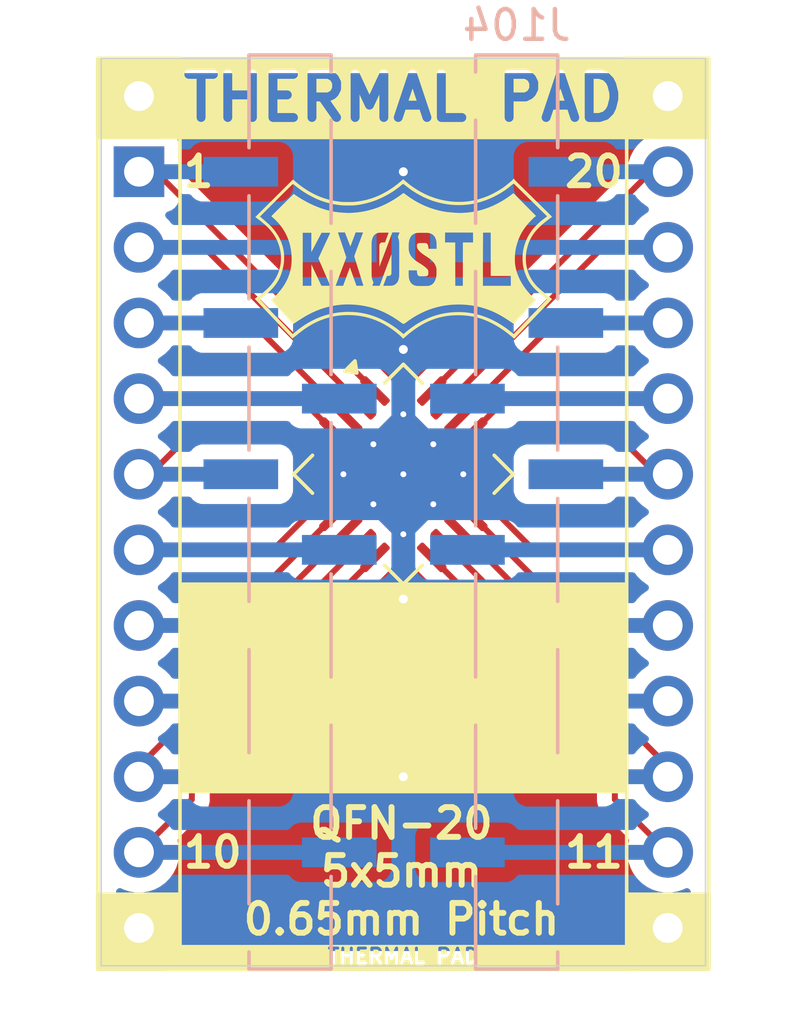
<source format=kicad_pcb>
(kicad_pcb (version 20241229) (generator "pcbnew") (generator_version "9.0")
  (layers (0 "F.Cu" signal) (2 "B.Cu" signal) (13 "F.Paste" user) (15 "B.Paste" user) (5 "F.SilkS" user "F.Silkscreen") (7 "B.SilkS" user "B.Silkscreen") (1 "F.Mask" user) (3 "B.Mask" user) (25 "Edge.Cuts" user))
  (net 0 "")
  (net 1 "/10")
  (net 2 "/3")
  (net 3 "/6")
  (net 4 "/8")
  (net 5 "/1")
  (net 6 "/7")
  (net 7 "/2")
  (net 8 "/19")
  (net 9 "/20")
  (net 10 "/18")
  (net 11 "/9")
  (net 12 "/14")
  (net 13 "/21")
  (net 14 "/16")
  (net 15 "/15")
  (net 16 "/17")
  (net 17 "/5")
  (net 18 "/4")
  (net 19 "/13")
  (net 20 "/12")
  (net 21 "/11")
  (footprint "Package_DFN_QFN:QFN-20-1EP_5x5mm_P0.65mm_EP3.35x3.35mm_ThermalVias" (layer "F.Cu") (at 138.43 119.38 -45)
    (property "Reference" "U101" (hide yes))
    (property "Value" "QFN-48")
    (pad "1" smd roundrect (at -2.65 -1.3 315) (size 1.2 0.3) (layers "F.Cu" "F.Mask" "F.Paste") (net 5 "/1"))
    (pad "2" smd roundrect (at -2.65 -0.649999 315) (size 1.2 0.3) (layers "F.Cu" "F.Mask" "F.Paste") (net 7 "/2"))
    (pad "3" smd roundrect (at -2.650001 0 315) (size 1.2 0.3) (layers "F.Cu" "F.Mask" "F.Paste") (net 2 "/3"))
    (pad "4" smd roundrect (at -2.65 0.649999 315) (size 1.2 0.3) (layers "F.Cu" "F.Mask" "F.Paste") (net 18 "/4"))
    (pad "5" smd roundrect (at -2.65 1.3 315) (size 1.2 0.3) (layers "F.Cu" "F.Mask" "F.Paste") (net 17 "/5"))
    (pad "6" smd roundrect (at -1.3 2.65 315) (size 0.3 1.2) (layers "F.Cu" "F.Mask" "F.Paste") (net 3 "/6"))
    (pad "7" smd roundrect (at -0.649999 2.65 315) (size 0.3 1.2) (layers "F.Cu" "F.Mask" "F.Paste") (net 6 "/7"))
    (pad "8" smd roundrect (at 0 2.650001 315) (size 0.3 1.2) (layers "F.Cu" "F.Mask" "F.Paste") (net 4 "/8"))
    (pad "9" smd roundrect (at 0.649999 2.65 315) (size 0.3 1.2) (layers "F.Cu" "F.Mask" "F.Paste") (net 11 "/9"))
    (pad "10" smd roundrect (at 1.3 2.65 315) (size 0.3 1.2) (layers "F.Cu" "F.Mask" "F.Paste") (net 1 "/10"))
    (pad "11" smd roundrect (at 2.65 1.3 315) (size 1.2 0.3) (layers "F.Cu" "F.Mask" "F.Paste") (net 21 "/11"))
    (pad "12" smd roundrect (at 2.65 0.649999 315) (size 1.2 0.3) (layers "F.Cu" "F.Mask" "F.Paste") (net 20 "/12"))
    (pad "13" smd roundrect (at 2.650001 0 315) (size 1.2 0.3) (layers "F.Cu" "F.Mask" "F.Paste") (net 19 "/13"))
    (pad "14" smd roundrect (at 2.65 -0.649999 315) (size 1.2 0.3) (layers "F.Cu" "F.Mask" "F.Paste") (net 12 "/14"))
    (pad "15" smd roundrect (at 2.65 -1.3 315) (size 1.2 0.3) (layers "F.Cu" "F.Mask" "F.Paste") (net 15 "/15"))
    (pad "16" smd roundrect (at 1.3 -2.65 315) (size 0.3 1.2) (layers "F.Cu" "F.Mask" "F.Paste") (net 14 "/16"))
    (pad "17" smd roundrect (at 0.649999 -2.65 315) (size 0.3 1.2) (layers "F.Cu" "F.Mask" "F.Paste") (net 16 "/17"))
    (pad "18" smd roundrect (at 0 -2.650001 315) (size 0.3 1.2) (layers "F.Cu" "F.Mask" "F.Paste") (net 10 "/18"))
    (pad "19" smd roundrect (at -0.649999 -2.65 315) (size 0.3 1.2) (layers "F.Cu" "F.Mask" "F.Paste") (net 8 "/19"))
    (pad "20" smd roundrect (at -1.3 -2.65 315) (size 0.3 1.2) (layers "F.Cu" "F.Mask" "F.Paste") (net 9 "/20"))
    (pad "21" thru_hole circle (at -1.425 -1.425 315) (size 0.5 0.5) (drill 0.2) (property pad_prop_heatsink) (layers "*.Cu") (net 13 "/21"))
    (pad "21" thru_hole circle (at -1.425 0 315) (size 0.5 0.5) (drill 0.2) (property pad_prop_heatsink) (layers "*.Cu") (net 13 "/21"))
    (pad "21" thru_hole circle (at -1.425 1.425 315) (size 0.5 0.5) (drill 0.2) (property pad_prop_heatsink) (layers "*.Cu") (net 13 "/21"))
    (pad "21" thru_hole circle (at 0 -1.425 315) (size 0.5 0.5) (drill 0.2) (property pad_prop_heatsink) (layers "*.Cu") (net 13 "/21"))
    (pad "21" thru_hole circle (at 0 0 315) (size 0.5 0.5) (drill 0.2) (property pad_prop_heatsink) (layers "*.Cu") (net 13 "/21"))
    (pad "21" smd rect (at 0 0 315) (size 3.35 3.35) (property pad_prop_heatsink) (layers "F.Cu" "F.Mask") (net 13 "/21"))
    (pad "21" smd rect (at 0 0 315) (size 3.35 3.35) (property pad_prop_heatsink) (layers "B.Cu") (net 13 "/21"))
    (pad "21" thru_hole circle (at 0 1.425 315) (size 0.5 0.5) (drill 0.2) (property pad_prop_heatsink) (layers "*.Cu") (net 13 "/21"))
    (pad "21" thru_hole circle (at 1.425 -1.425 315) (size 0.5 0.5) (drill 0.2) (property pad_prop_heatsink) (layers "*.Cu") (net 13 "/21"))
    (pad "21" thru_hole circle (at 1.425 0 315) (size 0.5 0.5) (drill 0.2) (property pad_prop_heatsink) (layers "*.Cu") (net 13 "/21"))
    (pad "21" thru_hole circle (at 1.425 1.425 315) (size 0.5 0.5) (drill 0.2) (property pad_prop_heatsink) (layers "*.Cu") (net 13 "/21"))
  )
  (footprint "libraries:Logo_10mm_inv" (layer "F.Cu") (at 138.43 112.141)
    (property "Reference" "G***" (hide yes))
    (property "Value" "LOGO" (hide yes))
  )
  (footprint "Connector_PinHeader_2.54mm:PinHeader_1x12_P2.54mm_Vertical" (layer "F.Cu") (at 129.54 106.68)
    (property "Reference" "J103" (hide yes))
    (property "Value" "Conn_01x12")
    (pad "1" thru_hole circle (at 0 0) (size 1.7 1.7) (drill 1) (layers "*.Cu" "*.Mask") (net 13 "/21"))
    (pad "2" thru_hole rect (at 0 2.54) (size 1.7 1.7) (drill 1) (layers "*.Cu" "*.Mask") (net 5 "/1"))
    (pad "3" thru_hole circle (at 0 5.08) (size 1.7 1.7) (drill 1) (layers "*.Cu" "*.Mask") (net 7 "/2"))
    (pad "4" thru_hole circle (at 0 7.62) (size 1.7 1.7) (drill 1) (layers "*.Cu" "*.Mask") (net 2 "/3"))
    (pad "5" thru_hole circle (at 0 10.16) (size 1.7 1.7) (drill 1) (layers "*.Cu" "*.Mask") (net 18 "/4"))
    (pad "6" thru_hole circle (at 0 12.7) (size 1.7 1.7) (drill 1) (layers "*.Cu" "*.Mask") (net 17 "/5"))
    (pad "7" thru_hole circle (at 0 15.24) (size 1.7 1.7) (drill 1) (layers "*.Cu" "*.Mask") (net 3 "/6"))
    (pad "8" thru_hole circle (at 0 17.78) (size 1.7 1.7) (drill 1) (layers "*.Cu" "*.Mask") (net 6 "/7"))
    (pad "9" thru_hole circle (at 0 20.32) (size 1.7 1.7) (drill 1) (layers "*.Cu" "*.Mask") (net 4 "/8"))
    (pad "10" thru_hole circle (at 0 22.86) (size 1.7 1.7) (drill 1) (layers "*.Cu" "*.Mask") (net 11 "/9"))
    (pad "11" thru_hole circle (at 0 25.4) (size 1.7 1.7) (drill 1) (layers "*.Cu" "*.Mask") (net 1 "/10"))
    (pad "12" thru_hole circle (at 0 27.94) (size 1.7 1.7) (drill 1) (layers "*.Cu" "*.Mask") (net 13 "/21"))
  )
  (footprint "Connector_PinHeader_2.54mm:PinHeader_1x12_P2.54mm_Vertical" (layer "F.Cu") (at 147.32 106.68)
    (property "Reference" "J102" (hide yes))
    (property "Value" "Conn_01x12")
    (pad "1" thru_hole circle (at 0 0) (size 1.7 1.7) (drill 1) (layers "*.Cu" "*.Mask") (net 13 "/21"))
    (pad "2" thru_hole circle (at 0 2.54) (size 1.7 1.7) (drill 1) (layers "*.Cu" "*.Mask") (net 9 "/20"))
    (pad "3" thru_hole circle (at 0 5.08) (size 1.7 1.7) (drill 1) (layers "*.Cu" "*.Mask") (net 8 "/19"))
    (pad "4" thru_hole circle (at 0 7.62) (size 1.7 1.7) (drill 1) (layers "*.Cu" "*.Mask") (net 10 "/18"))
    (pad "5" thru_hole circle (at 0 10.16) (size 1.7 1.7) (drill 1) (layers "*.Cu" "*.Mask") (net 16 "/17"))
    (pad "6" thru_hole circle (at 0 12.7) (size 1.7 1.7) (drill 1) (layers "*.Cu" "*.Mask") (net 14 "/16"))
    (pad "7" thru_hole circle (at 0 15.24) (size 1.7 1.7) (drill 1) (layers "*.Cu" "*.Mask") (net 15 "/15"))
    (pad "8" thru_hole circle (at 0 17.78) (size 1.7 1.7) (drill 1) (layers "*.Cu" "*.Mask") (net 12 "/14"))
    (pad "9" thru_hole circle (at 0 20.32) (size 1.7 1.7) (drill 1) (layers "*.Cu" "*.Mask") (net 19 "/13"))
    (pad "10" thru_hole circle (at 0 22.86) (size 1.7 1.7) (drill 1) (layers "*.Cu" "*.Mask") (net 20 "/12"))
    (pad "11" thru_hole circle (at 0 25.4) (size 1.7 1.7) (drill 1) (layers "*.Cu" "*.Mask") (net 21 "/11"))
    (pad "12" thru_hole circle (at 0 27.94) (size 1.7 1.7) (drill 1) (layers "*.Cu" "*.Mask") (net 13 "/21"))
  )
  (footprint "Connector_PinHeader_2.54mm:PinHeader_1x12_P2.54mm_Vertical_SMD_Pin1Left" (layer "B.Cu") (at 134.62 120.65 180)
    (property "Reference" "J101" (hide yes))
    (property "Value" "Conn_01x12")
    (pad "1" smd rect (at -1.655 13.97 180) (size 2.51 1) (layers "B.Cu" "B.Mask" "B.Paste") (net 13 "/21"))
    (pad "2" smd rect (at 1.655 11.43 180) (size 2.51 1) (layers "B.Cu" "B.Mask" "B.Paste") (net 5 "/1"))
    (pad "3" smd rect (at -1.655 8.89 180) (size 2.51 1) (layers "B.Cu" "B.Mask" "B.Paste") (net 7 "/2"))
    (pad "4" smd rect (at 1.655 6.35 180) (size 2.51 1) (layers "B.Cu" "B.Mask" "B.Paste") (net 2 "/3"))
    (pad "5" smd rect (at -1.655 3.81 180) (size 2.51 1) (layers "B.Cu" "B.Mask" "B.Paste") (net 18 "/4"))
    (pad "6" smd rect (at 1.655 1.27 180) (size 2.51 1) (layers "B.Cu" "B.Mask" "B.Paste") (net 17 "/5"))
    (pad "7" smd rect (at -1.655 -1.27 180) (size 2.51 1) (layers "B.Cu" "B.Mask" "B.Paste") (net 3 "/6"))
    (pad "8" smd rect (at 1.655 -3.81 180) (size 2.51 1) (layers "B.Cu" "B.Mask" "B.Paste") (net 6 "/7"))
    (pad "9" smd rect (at -1.655 -6.35 180) (size 2.51 1) (layers "B.Cu" "B.Mask" "B.Paste") (net 4 "/8"))
    (pad "10" smd rect (at 1.655 -8.89 180) (size 2.51 1) (layers "B.Cu" "B.Mask" "B.Paste") (net 11 "/9"))
    (pad "11" smd rect (at -1.655 -11.43 180) (size 2.51 1) (layers "B.Cu" "B.Mask" "B.Paste") (net 1 "/10"))
    (pad "12" smd rect (at 1.655 -13.97 180) (size 2.51 1) (layers "B.Cu" "B.Mask" "B.Paste") (net 13 "/21"))
  )
  (footprint "Connector_PinHeader_2.54mm:PinHeader_1x12_P2.54mm_Vertical_SMD_Pin1Right" (layer "B.Cu") (at 142.24 120.65 180)
    (property "Reference" "J104" (at 0 16.35 0) (layer "B.SilkS") (effects (justify mirror)))
    (property "Value" "Conn_01x12")
    (pad "1" smd rect (at 1.655 13.97 180) (size 2.51 1) (layers "B.Cu" "B.Mask" "B.Paste") (net 13 "/21"))
    (pad "2" smd rect (at -1.655 11.43 180) (size 2.51 1) (layers "B.Cu" "B.Mask" "B.Paste") (net 9 "/20"))
    (pad "3" smd rect (at 1.655 8.89 180) (size 2.51 1) (layers "B.Cu" "B.Mask" "B.Paste") (net 8 "/19"))
    (pad "4" smd rect (at -1.655 6.35 180) (size 2.51 1) (layers "B.Cu" "B.Mask" "B.Paste") (net 10 "/18"))
    (pad "5" smd rect (at 1.655 3.81 180) (size 2.51 1) (layers "B.Cu" "B.Mask" "B.Paste") (net 16 "/17"))
    (pad "6" smd rect (at -1.655 1.27 180) (size 2.51 1) (layers "B.Cu" "B.Mask" "B.Paste") (net 14 "/16"))
    (pad "7" smd rect (at 1.655 -1.27 180) (size 2.51 1) (layers "B.Cu" "B.Mask" "B.Paste") (net 15 "/15"))
    (pad "8" smd rect (at -1.655 -3.81 180) (size 2.51 1) (layers "B.Cu" "B.Mask" "B.Paste") (net 12 "/14"))
    (pad "9" smd rect (at 1.655 -6.35 180) (size 2.51 1) (layers "B.Cu" "B.Mask" "B.Paste") (net 19 "/13"))
    (pad "10" smd rect (at -1.655 -8.89 180) (size 2.51 1) (layers "B.Cu" "B.Mask" "B.Paste") (net 20 "/12"))
    (pad "11" smd rect (at 1.655 -11.43 180) (size 2.51 1) (layers "B.Cu" "B.Mask" "B.Paste") (net 21 "/11"))
    (pad "12" smd rect (at -1.655 -13.97 180) (size 2.51 1) (layers "B.Cu" "B.Mask" "B.Paste") (net 13 "/21"))
  )
  (gr_rect (start 140.976968 135.238434) (end 146.431 136.017929) (stroke (width 0.1)) (fill yes) (layer "F.SilkS"))
  (gr_rect (start 128.143 133.477) (end 130.864898 136.017) (stroke (width 0.1)) (fill yes) (layer "F.SilkS"))
  (gr_rect (start 130.455358 135.238386) (end 135.838688 136.025786) (stroke (width 0.1)) (fill yes) (layer "F.SilkS"))
  (gr_rect (start 145.974913 133.477) (end 148.717 136.017) (stroke (width 0.1)) (fill yes) (layer "F.SilkS"))
  (gr_rect (start 128.143 105.41) (end 130.9285 108.07725) (stroke (width 0.1)) (fill yes) (layer "F.SilkS"))
  (gr_rect (start 130.556 105.41) (end 145.97375 105.6386) (stroke (width 0.1)) (fill yes) (layer "F.SilkS"))
  (gr_rect (start 135.636 135.934139) (end 141.097 136.017) (stroke (width 0.1)) (fill yes) (layer "F.SilkS"))
  (gr_rect (start 130.37825 107.67085) (end 146.685 108.07725) (stroke (width 0.1)) (fill yes) (layer "F.SilkS"))
  (gr_rect (start 130.937 123.063) (end 145.923 130.048) (stroke (width 0.1)) (fill yes) (layer "F.SilkS"))
  (gr_rect (start 145.82575 105.41) (end 148.68725 108.07725) (stroke (width 0.1)) (fill yes) (layer "F.SilkS"))
  (gr_rect (start 128.27 105.41) (end 148.59 135.89) (stroke (width 0.05)) (fill no) (layer "Edge.Cuts"))
  (gr_text "20" (at 145.923 109.22 0) (layer "F.SilkS") (effects (font (size 1 1) (thickness 0.2) (bold yes)) (justify right)))
  (gr_text "THERMAL PAD" (at 138.43 106.743625 0) (layer "F.SilkS" knockout) (effects (font (size 1.45 1.45) (thickness 0.3))))
  (gr_text "1" (at 130.937 109.22 0) (layer "F.SilkS") (effects (font (size 1 1) (thickness 0.2) (bold yes)) (justify left)))
  (gr_text "QFN-20\n5x5mm\n0.65mm Pitch" (at 138.3665 134.912744 0) (layer "F.SilkS") (effects (font (size 1 1) (thickness 0.2) (bold yes)) (justify bottom)))
  (gr_text "11" (at 145.923 132.08 0) (layer "F.SilkS") (effects (font (size 1 1) (thickness 0.2) (bold yes)) (justify right)))
  (gr_text "THERMAL PAD" (at 138.43 135.568237 0) (layer "F.SilkS" knockout) (effects (font (size 0.5 0.5) (thickness 0.1) (bold yes))))
  (gr_text "10" (at 130.937 132.08 0) (layer "F.SilkS") (effects (font (size 1 1) (thickness 0.2) (bold yes)) (justify left)))
  (segment (start 131.318 128.330478) (end 131.318 130.302) (width 0.2) (layer "F.Cu") (net 1))
  (segment (start 131.318 130.302) (end 129.54 132.08) (width 0.2) (layer "F.Cu") (net 1))
  (segment (start 137.475406 122.173072) (end 131.318 128.330478) (width 0.2) (layer "F.Cu") (net 1))
  (segment (start 129.54 132.08) (end 136.275 132.08) (width 0.5) (layer "B.Cu") (net 1))
  (segment (start 133.35 114.3) (end 129.54 114.3) (width 0.2) (layer "F.Cu") (net 2))
  (segment (start 136.556166 117.506166) (end 133.35 114.3) (width 0.2) (layer "F.Cu") (net 2))
  (segment (start 132.965 114.3) (end 129.54 114.3) (width 0.5) (layer "B.Cu") (net 2))
  (segment (start 134.051522 121.92) (end 129.54 121.92) (width 0.2) (layer "F.Cu") (net 3))
  (segment (start 135.636928 120.334594) (end 134.051522 121.92) (width 0.2) (layer "F.Cu") (net 3))
  (segment (start 129.54 121.92) (end 136.275 121.92) (width 0.5) (layer "B.Cu") (net 3))
  (segment (start 130.81 127) (end 129.54 127) (width 0.2) (layer "F.Cu") (net 4))
  (segment (start 136.556166 121.253834) (end 130.81 127) (width 0.2) (layer "F.Cu") (net 4))
  (segment (start 129.54 127) (end 136.275 127) (width 0.5) (layer "B.Cu") (net 4))
  (segment (start 137.475406 116.586928) (end 130.108478 109.22) (width 0.2) (layer "F.Cu") (net 5))
  (segment (start 130.108478 109.22) (end 129.54 109.22) (width 0.2) (layer "F.Cu") (net 5))
  (segment (start 129.54 109.22) (end 132.965 109.22) (width 0.5) (layer "B.Cu") (net 5))
  (segment (start 136.096548 120.794214) (end 132.430762 124.46) (width 0.2) (layer "F.Cu") (net 6))
  (segment (start 132.430762 124.46) (end 129.54 124.46) (width 0.2) (layer "F.Cu") (net 6))
  (segment (start 132.965 124.46) (end 129.54 124.46) (width 0.5) (layer "B.Cu") (net 6))
  (segment (start 131.729238 111.76) (end 129.54 111.76) (width 0.2) (layer "F.Cu") (net 7))
  (segment (start 137.015786 117.046548) (end 131.729238 111.76) (width 0.2) (layer "F.Cu") (net 7))
  (segment (start 136.275 111.76) (end 129.54 111.76) (width 0.5) (layer "B.Cu") (net 7))
  (segment (start 139.844214 117.046548) (end 145.130762 111.76) (width 0.2) (layer "F.Cu") (net 8))
  (segment (start 145.130762 111.76) (end 147.32 111.76) (width 0.2) (layer "F.Cu") (net 8))
  (segment (start 140.585 111.76) (end 147.32 111.76) (width 0.5) (layer "B.Cu") (net 8))
  (segment (start 139.384594 116.586928) (end 146.751522 109.22) (width 0.2) (layer "F.Cu") (net 9))
  (segment (start 146.751522 109.22) (end 147.32 109.22) (width 0.2) (layer "F.Cu") (net 9))
  (segment (start 147.32 109.22) (end 143.895 109.22) (width 0.5) (layer "B.Cu") (net 9))
  (segment (start 140.303834 117.506166) (end 143.51 114.3) (width 0.2) (layer "F.Cu") (net 10))
  (segment (start 143.51 114.3) (end 147.32 114.3) (width 0.2) (layer "F.Cu") (net 10))
  (segment (start 143.895 114.3) (end 147.32 114.3) (width 0.5) (layer "B.Cu") (net 10))
  (segment (start 137.015786 121.713452) (end 129.54 129.189238) (width 0.2) (layer "F.Cu") (net 11))
  (segment (start 129.54 129.189238) (end 129.54 129.54) (width 0.2) (layer "F.Cu") (net 11))
  (segment (start 132.965 129.54) (end 129.54 129.54) (width 0.5) (layer "B.Cu") (net 11))
  (segment (start 140.763452 120.794214) (end 144.429238 124.46) (width 0.2) (layer "F.Cu") (net 12))
  (segment (start 144.429238 124.46) (end 147.32 124.46) (width 0.2) (layer "F.Cu") (net 12))
  (segment (start 143.895 124.46) (end 147.32 124.46) (width 0.5) (layer "B.Cu") (net 12))
  (via (at 138.43 129.54) (size 0.6) (drill 0.3) (layers "F.Cu" "B.Cu") (net 13))
  (via (at 138.43 109.22) (size 0.6) (drill 0.3) (layers "F.Cu" "B.Cu") (net 13))
  (via (at 138.43 115.189) (size 0.6) (drill 0.3) (layers "F.Cu" "B.Cu") (net 13))
  (via (at 138.43 123.571) (size 0.6) (drill 0.3) (layers "F.Cu" "B.Cu") (net 13))
  (segment (start 132.965 134.62) (end 129.54 134.62) (width 0.5) (layer "B.Cu") (net 13))
  (segment (start 140.585 106.68) (end 147.32 106.68) (width 0.5) (layer "B.Cu") (net 13))
  (segment (start 136.275 106.68) (end 129.54 106.68) (width 0.5) (layer "B.Cu") (net 13))
  (segment (start 143.895 134.62) (end 147.32 134.62) (width 0.5) (layer "B.Cu") (net 13))
  (segment (start 146.939 119.38) (end 147.32 119.38) (width 0.2) (layer "F.Cu") (net 14))
  (segment (start 145.542 117.983) (end 146.939 119.38) (width 0.2) (layer "F.Cu") (net 14))
  (segment (start 141.665478 117.983) (end 145.542 117.983) (width 0.2) (layer "F.Cu") (net 14))
  (segment (start 141.223072 118.425406) (end 141.665478 117.983) (width 0.2) (layer "F.Cu") (net 14))
  (segment (start 143.895 119.38) (end 147.32 119.38) (width 0.5) (layer "B.Cu") (net 14))
  (segment (start 142.808478 121.92) (end 147.32 121.92) (width 0.2) (layer "F.Cu") (net 15))
  (segment (start 141.223072 120.334594) (end 142.808478 121.92) (width 0.2) (layer "F.Cu") (net 15))
  (segment (start 147.32 121.92) (end 140.585 121.92) (width 0.5) (layer "B.Cu") (net 15))
  (segment (start 141.889238 116.84) (end 147.32 116.84) (width 0.2) (layer "F.Cu") (net 16))
  (segment (start 140.763452 117.965786) (end 141.889238 116.84) (width 0.2) (layer "F.Cu") (net 16))
  (segment (start 147.32 116.84) (end 140.585 116.84) (width 0.5) (layer "B.Cu") (net 16))
  (segment (start 129.54 119.38) (end 129.921 119.38) (width 0.2) (layer "F.Cu") (net 17))
  (segment (start 135.194522 117.983) (end 131.318 117.983) (width 0.2) (layer "F.Cu") (net 17))
  (segment (start 135.636928 118.425406) (end 135.194522 117.983) (width 0.2) (layer "F.Cu") (net 17))
  (segment (start 129.921 119.38) (end 131.318 117.983) (width 0.2) (layer "F.Cu") (net 17))
  (segment (start 132.965 119.38) (end 129.54 119.38) (width 0.5) (layer "B.Cu") (net 17))
  (segment (start 134.970762 116.84) (end 129.54 116.84) (width 0.2) (layer "F.Cu") (net 18))
  (segment (start 136.096548 117.965786) (end 134.970762 116.84) (width 0.2) (layer "F.Cu") (net 18))
  (segment (start 129.54 116.84) (end 136.275 116.84) (width 0.5) (layer "B.Cu") (net 18))
  (segment (start 146.05 127) (end 147.32 127) (width 0.2) (layer "F.Cu") (net 19))
  (segment (start 140.303834 121.253834) (end 146.05 127) (width 0.2) (layer "F.Cu") (net 19))
  (segment (start 147.32 127) (end 140.585 127) (width 0.5) (layer "B.Cu") (net 19))
  (segment (start 139.844214 121.713452) (end 147.32 129.189238) (width 0.2) (layer "F.Cu") (net 20))
  (segment (start 147.32 129.189238) (end 147.32 129.54) (width 0.2) (layer "F.Cu") (net 20))
  (segment (start 143.895 129.54) (end 147.32 129.54) (width 0.5) (layer "B.Cu") (net 20))
  (segment (start 145.542 130.302) (end 147.32 132.08) (width 0.2) (layer "F.Cu") (net 21))
  (segment (start 139.384594 122.173072) (end 145.542 128.330478) (width 0.2) (layer "F.Cu") (net 21))
  (segment (start 145.542 128.330478) (end 145.542 130.302) (width 0.2) (layer "F.Cu") (net 21))
  (segment (start 147.32 132.08) (end 140.585 132.08) (width 0.5) (layer "B.Cu") (net 21))
  (zone (net 13) (net_name "/21") (layers "F.Cu" "B.Cu") (priority 1) (connect_pads yes (clearance 0.5)) (min_thickness 0.25) (fill yes (thermal_gap 0.5) (thermal_bridge_width 0.5))
    (polygon (pts (xy 128.322658 105.399956) (xy 148.642658 105.399956) (xy 148.642658 135.879956) (xy 128.322658 135.879956)))
  )
)
</source>
